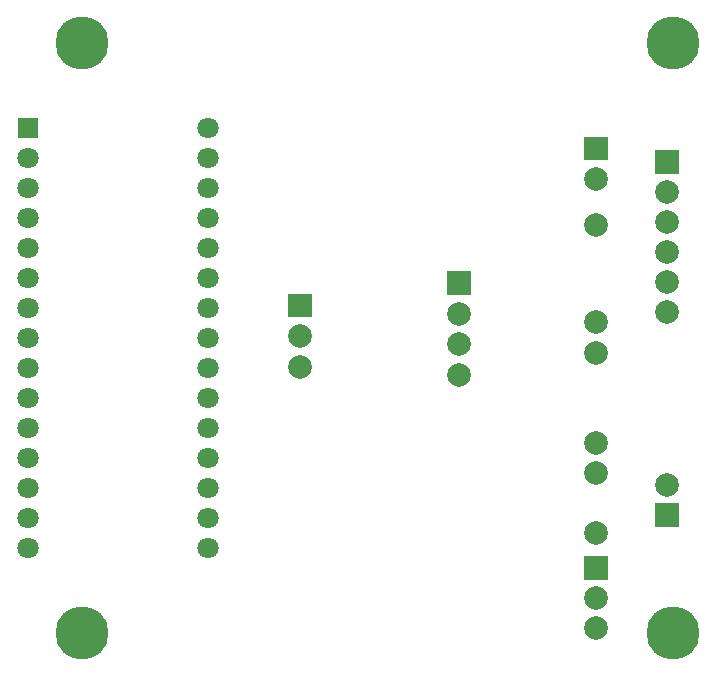
<source format=gbl>
G04 Layer: BottomLayer*
G04 EasyEDA v6.4.19.5, 2021-05-28T08:08:18--3:00*
G04 c9b473d587b343d0a851897dfaf33f8f,59636247558045d2802cba280e4ac9d9,10*
G04 Gerber Generator version 0.2*
G04 Scale: 100 percent, Rotated: No, Reflected: No *
G04 Dimensions in millimeters *
G04 leading zeros omitted , absolute positions ,4 integer and 5 decimal *
%FSLAX45Y45*%
%MOMM*%

%ADD14R,2.0000X2.0000*%
%ADD15C,2.0000*%
%ADD16C,4.5000*%
%ADD17R,1.8000X1.8000*%
%ADD18C,1.8000*%

%LPD*%
D14*
G01*
X5450077Y4487163D03*
D15*
G01*
X5450077Y4233163D03*
G01*
X5450077Y3979163D03*
G01*
X5450077Y3725163D03*
G01*
X5450077Y3471163D03*
G01*
X5450077Y3217163D03*
G01*
X5450077Y1753870D03*
D14*
G01*
X5450077Y1499895D03*
G36*
X4750000Y4704001D02*
G01*
X4950000Y4704001D01*
X4950000Y4504001D01*
X4750000Y4504001D01*
G37*
D15*
G01*
X4850002Y4350004D03*
G01*
X4849875Y1345945D03*
G01*
X4849875Y1853945D03*
G01*
X4851984Y3132581D03*
G01*
X4851984Y3958081D03*
G01*
X4850002Y2875000D03*
G01*
X4850002Y2113000D03*
D16*
G01*
X499998Y5499988D03*
G01*
X5499988Y5499988D03*
G01*
X499998Y499998D03*
G01*
X5499988Y499998D03*
D14*
G01*
X4850002Y1053998D03*
D15*
G01*
X4850002Y799998D03*
G01*
X4850002Y545998D03*
G36*
X2244994Y3375019D02*
G01*
X2444993Y3375019D01*
X2444993Y3175020D01*
X2244994Y3175020D01*
G37*
G01*
X2345004Y2754985D03*
G01*
X3690010Y3205987D03*
G01*
X3690010Y2945968D03*
G01*
X2345004Y3014979D03*
G36*
X3590000Y3566002D02*
G01*
X3790000Y3566002D01*
X3790000Y3366002D01*
X3590000Y3366002D01*
G37*
G01*
X3690010Y2685973D03*
D17*
G01*
X38000Y4777999D03*
D18*
G01*
X38000Y4523999D03*
G01*
X38000Y4269999D03*
G01*
X38000Y4015999D03*
G01*
X38000Y3761999D03*
G01*
X38000Y3507999D03*
G01*
X38000Y3253999D03*
G01*
X38000Y2999999D03*
G01*
X38000Y2745999D03*
G01*
X38000Y2491999D03*
G01*
X38000Y2237999D03*
G01*
X38000Y1983999D03*
G01*
X38000Y1729999D03*
G01*
X38000Y1475999D03*
G01*
X38000Y1221999D03*
G01*
X1562000Y4777999D03*
G01*
X1562000Y4523999D03*
G01*
X1562000Y4269999D03*
G01*
X1562000Y4015999D03*
G01*
X1562000Y3761999D03*
G01*
X1562000Y3507999D03*
G01*
X1562000Y3253999D03*
G01*
X1562000Y2999999D03*
G01*
X1562000Y2745999D03*
G01*
X1562000Y2491999D03*
G01*
X1562000Y2237999D03*
G01*
X1562000Y1983999D03*
G01*
X1562000Y1729999D03*
G01*
X1562000Y1475999D03*
G01*
X1562000Y1221999D03*
M02*

</source>
